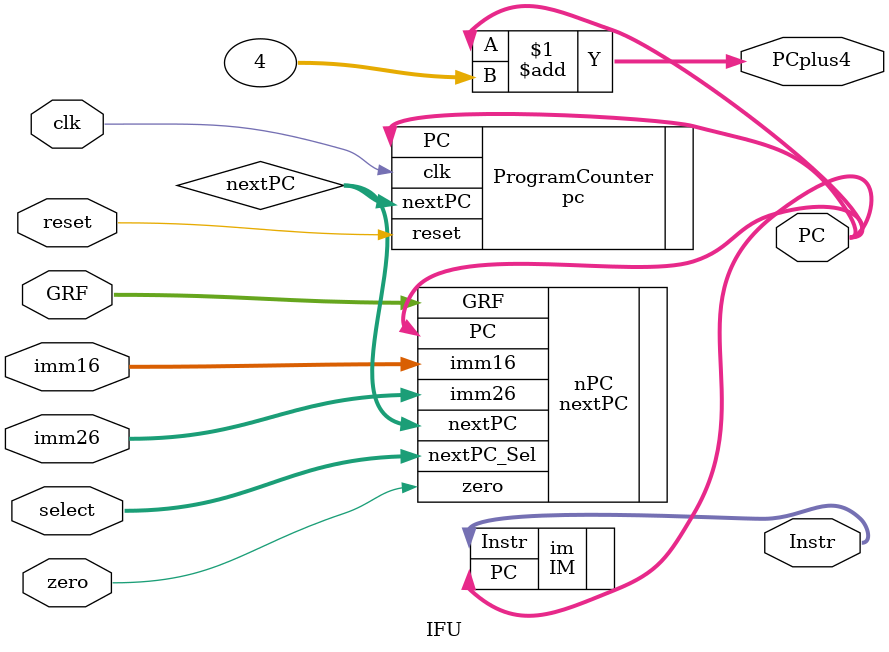
<source format=v>
`timescale 1ns / 1ps
module IFU(
    input [31:0] GRF,
    input [25:0] imm26,
    input [15:0] imm16,
    input [1:0] select,
    input zero,
    input clk,
    input reset,
    output [31:0] Instr,
    output [31:0] PC,
    output [31:0] PCplus4
    );

    wire [31:0] nextPC;

    pc ProgramCounter(.clk(clk),
          .reset(reset),
          .nextPC(nextPC),
          .PC(PC));

    nextPC nPC(.PC(PC),
               .GRF(GRF),
               .imm26(imm26),
               .imm16(imm16),
               .zero(zero),
               .nextPC_Sel(select),
               .nextPC(nextPC));
            
    IM im(.PC(PC),
          .Instr(Instr));

    assign PCplus4 = PC + 32'h00000004;

endmodule

</source>
